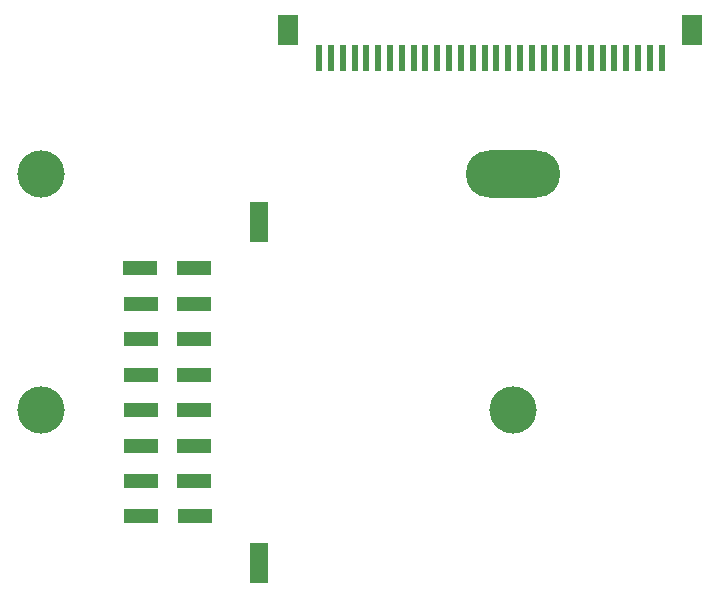
<source format=gbr>
G04 #@! TF.GenerationSoftware,KiCad,Pcbnew,6.0.1-79c1e3a40b~116~ubuntu20.04.1*
G04 #@! TF.CreationDate,2022-02-10T17:59:38+01:00*
G04 #@! TF.ProjectId,SidewinderX1 X axis ConnectorBoard,53696465-7769-46e6-9465-725831205820,rev?*
G04 #@! TF.SameCoordinates,Original*
G04 #@! TF.FileFunction,Paste,Top*
G04 #@! TF.FilePolarity,Positive*
%FSLAX46Y46*%
G04 Gerber Fmt 4.6, Leading zero omitted, Abs format (unit mm)*
G04 Created by KiCad (PCBNEW 6.0.1-79c1e3a40b~116~ubuntu20.04.1) date 2022-02-10 17:59:38*
%MOMM*%
%LPD*%
G01*
G04 APERTURE LIST*
%ADD10R,1.650000X3.430000*%
%ADD11R,2.920000X1.270000*%
%ADD12R,1.800000X2.600000*%
%ADD13R,0.600000X2.200000*%
%ADD14O,8.000000X4.000000*%
%ADD15C,4.000000*%
G04 APERTURE END LIST*
D10*
X37780000Y-68840000D03*
X37780000Y-40040000D03*
D11*
X32300000Y-64940000D03*
X32280000Y-61940000D03*
X32280000Y-58940000D03*
X32280000Y-55940000D03*
X32280000Y-52940000D03*
X32280000Y-49940000D03*
X32280000Y-46940000D03*
X32280000Y-43940000D03*
X27680000Y-43940000D03*
X27780000Y-46940000D03*
X27780000Y-49940000D03*
X27780000Y-52940000D03*
X27780000Y-55940000D03*
X27780000Y-58940000D03*
X27780000Y-61940000D03*
X27780000Y-64940000D03*
D12*
X74450000Y-23737500D03*
X40250000Y-23737500D03*
D13*
X71850000Y-26137500D03*
X70850000Y-26137500D03*
X69850000Y-26137500D03*
X68850000Y-26137500D03*
X67850000Y-26137500D03*
X66850000Y-26137500D03*
X65850000Y-26137500D03*
X64850000Y-26137500D03*
X63850000Y-26137500D03*
X62850000Y-26137500D03*
X61850000Y-26137500D03*
X60850000Y-26137500D03*
X59850000Y-26137500D03*
X58850000Y-26137500D03*
X57850000Y-26137500D03*
X56850000Y-26137500D03*
X55850000Y-26137500D03*
X54850000Y-26137500D03*
X53850000Y-26137500D03*
X52850000Y-26137500D03*
X51850000Y-26137500D03*
X50850000Y-26137500D03*
X49850000Y-26137500D03*
X48850000Y-26137500D03*
X47850000Y-26137500D03*
X46850000Y-26137500D03*
X45850000Y-26137500D03*
X44850000Y-26137500D03*
X43850000Y-26137500D03*
X42850000Y-26137500D03*
D14*
X59280000Y-35940000D03*
D15*
X59280000Y-55940000D03*
X19280000Y-35940000D03*
X19280000Y-55940000D03*
M02*

</source>
